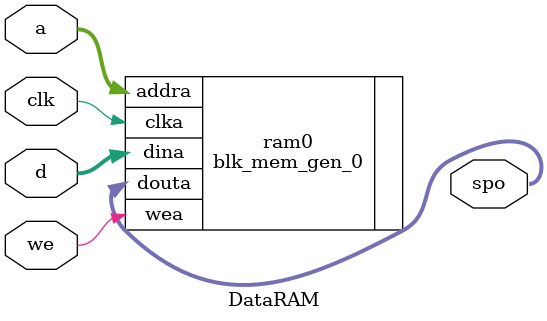
<source format=v>
module DataRAM (
    we,a,d,clk,

    spo
);

    input we,clk;
    input [5:0] a;
    input [31:0] d;
    output [31:0] spo;
    blk_mem_gen_0 ram0(
        .clka(clk),
        .addra(a),
        .dina(d),
        .douta(spo),
        .wea(we)
    );

endmodule
</source>
